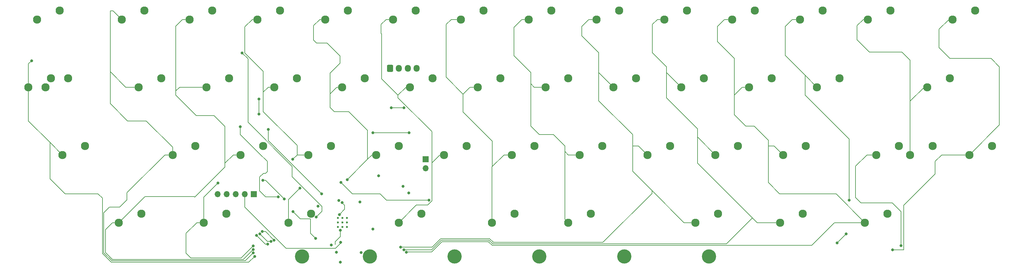
<source format=gbr>
%TF.GenerationSoftware,KiCad,Pcbnew,(6.0.6)*%
%TF.CreationDate,2022-08-10T17:00:59+02:00*%
%TF.ProjectId,rabid40,72616269-6434-4302-9e6b-696361645f70,rev?*%
%TF.SameCoordinates,Original*%
%TF.FileFunction,Copper,L1,Top*%
%TF.FilePolarity,Positive*%
%FSLAX46Y46*%
G04 Gerber Fmt 4.6, Leading zero omitted, Abs format (unit mm)*
G04 Created by KiCad (PCBNEW (6.0.6)) date 2022-08-10 17:00:59*
%MOMM*%
%LPD*%
G01*
G04 APERTURE LIST*
G04 Aperture macros list*
%AMRoundRect*
0 Rectangle with rounded corners*
0 $1 Rounding radius*
0 $2 $3 $4 $5 $6 $7 $8 $9 X,Y pos of 4 corners*
0 Add a 4 corners polygon primitive as box body*
4,1,4,$2,$3,$4,$5,$6,$7,$8,$9,$2,$3,0*
0 Add four circle primitives for the rounded corners*
1,1,$1+$1,$2,$3*
1,1,$1+$1,$4,$5*
1,1,$1+$1,$6,$7*
1,1,$1+$1,$8,$9*
0 Add four rect primitives between the rounded corners*
20,1,$1+$1,$2,$3,$4,$5,0*
20,1,$1+$1,$4,$5,$6,$7,0*
20,1,$1+$1,$6,$7,$8,$9,0*
20,1,$1+$1,$8,$9,$2,$3,0*%
G04 Aperture macros list end*
%TA.AperFunction,ComponentPad*%
%ADD10C,2.300000*%
%TD*%
%TA.AperFunction,ComponentPad*%
%ADD11O,1.700000X1.950000*%
%TD*%
%TA.AperFunction,ComponentPad*%
%ADD12RoundRect,0.250000X-0.600000X-0.725000X0.600000X-0.725000X0.600000X0.725000X-0.600000X0.725000X0*%
%TD*%
%TA.AperFunction,ComponentPad*%
%ADD13O,1.700000X1.700000*%
%TD*%
%TA.AperFunction,ComponentPad*%
%ADD14R,1.700000X1.700000*%
%TD*%
%TA.AperFunction,ComponentPad*%
%ADD15C,4.000000*%
%TD*%
%TA.AperFunction,ComponentPad*%
%ADD16C,0.600000*%
%TD*%
%TA.AperFunction,ViaPad*%
%ADD17C,0.800000*%
%TD*%
%TA.AperFunction,Conductor*%
%ADD18C,0.200000*%
%TD*%
G04 APERTURE END LIST*
D10*
%TO.P,Alt1,1,1*%
%TO.N,Col3*%
X61307500Y-102543750D03*
%TO.P,Alt1,2,2*%
%TO.N,Net-(Alt1-Pad2)*%
X67657500Y-100003750D03*
%TD*%
%TO.P,Alt2,1,1*%
%TO.N,Col9*%
X223232500Y-102543750D03*
%TO.P,Alt2,2,2*%
%TO.N,Net-(Alt2-Pad2)*%
X229582500Y-100003750D03*
%TD*%
D11*
%TO.P,J2,4,Pin_4*%
%TO.N,GND*%
X121130000Y-59172500D03*
%TO.P,J2,3,Pin_3*%
%TO.N,D_P*%
X118630000Y-59172500D03*
%TO.P,J2,2,Pin_2*%
%TO.N,D_N*%
X116130000Y-59172500D03*
D12*
%TO.P,J2,1,Pin_1*%
%TO.N,VBUS*%
X113630000Y-59172500D03*
%TD*%
D10*
%TO.P,F2,2,2*%
%TO.N,Net-(D16-Pad2)*%
X106551250Y-61903750D03*
%TO.P,F2,1,1*%
%TO.N,Col4*%
X100201250Y-64443750D03*
%TD*%
%TO.P,P1,2,2*%
%TO.N,Net-(D39-Pad2)*%
X216088750Y-42853750D03*
%TO.P,P1,1,1*%
%TO.N,Col10*%
X209738750Y-45393750D03*
%TD*%
%TO.P,Q1,2,2*%
%TO.N,Net-(D4-Pad2)*%
X44638750Y-42853750D03*
%TO.P,Q1,1,1*%
%TO.N,Col1*%
X38288750Y-45393750D03*
%TD*%
%TO.P,W1,2,2*%
%TO.N,Net-(D7-Pad2)*%
X63688750Y-42853750D03*
%TO.P,W1,1,1*%
%TO.N,Col2*%
X57338750Y-45393750D03*
%TD*%
%TO.P,G1,1,1*%
%TO.N,Col5*%
X119251250Y-64443750D03*
%TO.P,G1,2,2*%
%TO.N,Net-(D20-Pad2)*%
X125601250Y-61903750D03*
%TD*%
%TO.P,D46,2,2*%
%TO.N,Net-(D12-Pad2)*%
X87501250Y-61903750D03*
%TO.P,D46,1,1*%
%TO.N,Col3*%
X81151250Y-64443750D03*
%TD*%
%TO.P,E1,2,2*%
%TO.N,Net-(D11-Pad2)*%
X82738750Y-42853750D03*
%TO.P,E1,1,1*%
%TO.N,Col3*%
X76388750Y-45393750D03*
%TD*%
%TO.P,;1,2,2*%
%TO.N,Net-(;1-Pad2)*%
X220851250Y-61903750D03*
%TO.P,;1,1,1*%
%TO.N,Col10*%
X214501250Y-64443750D03*
%TD*%
%TO.P,T1,2,2*%
%TO.N,Net-(D19-Pad2)*%
X120838750Y-42853750D03*
%TO.P,T1,1,1*%
%TO.N,Col5*%
X114488750Y-45393750D03*
%TD*%
%TO.P,J3,2,2*%
%TO.N,Net-(D28-Pad2)*%
X163701250Y-61903750D03*
%TO.P,J3,1,1*%
%TO.N,Col7*%
X157351250Y-64443750D03*
%TD*%
%TO.P,Win1,2,2*%
%TO.N,Net-(D10-Pad2)*%
X43845000Y-100003750D03*
%TO.P,Win1,1,1*%
%TO.N,Col2*%
X37495000Y-102543750D03*
%TD*%
D13*
%TO.P,J1,5,Pin_5*%
%TO.N,SWCLK*%
X65190000Y-94530000D03*
%TO.P,J1,4,Pin_4*%
%TO.N,SWD*%
X67730000Y-94530000D03*
%TO.P,J1,3,Pin_3*%
%TO.N,GND*%
X70270000Y-94530000D03*
%TO.P,J1,2,Pin_2*%
%TO.N,+3V3*%
X72810000Y-94530000D03*
D14*
%TO.P,J1,1,Pin_1*%
%TO.N,~{RESET}*%
X75350000Y-94530000D03*
%TD*%
D10*
%TO.P,H1,2,2*%
%TO.N,Net-(D24-Pad2)*%
X144651250Y-61903750D03*
%TO.P,H1,1,1*%
%TO.N,Col6*%
X138301250Y-64443750D03*
%TD*%
%TO.P,<1,2,2*%
%TO.N,Net-(<1-Pad2)*%
X192276250Y-80953750D03*
%TO.P,<1,1,1*%
%TO.N,Col8*%
X185926250Y-83493750D03*
%TD*%
D15*
%TO.P,Stab_Spc2.25,*%
%TO.N,*%
X107993520Y-112064148D03*
X131806020Y-112064148D03*
%TD*%
D10*
%TO.P,U4,2,2*%
%TO.N,Net-(D27-Pad2)*%
X158938750Y-42853750D03*
%TO.P,U4,1,1*%
%TO.N,Col7*%
X152588750Y-45393750D03*
%TD*%
%TO.P,L1,2,2*%
%TO.N,Net-(D36-Pad2)*%
X201801250Y-61903750D03*
%TO.P,L1,1,1*%
%TO.N,Col9*%
X195451250Y-64443750D03*
%TD*%
D15*
%TO.P,Stab_Spc7u1,*%
%TO.N,*%
X88930000Y-112068750D03*
X203230000Y-112068750D03*
%TD*%
D10*
%TO.P,Tab1,2,2*%
%TO.N,Net-(D1-Pad2)*%
X20826250Y-42853750D03*
%TO.P,Tab1,1,1*%
%TO.N,Col0*%
X14476250Y-45393750D03*
%TD*%
%TO.P,[1,2,2*%
%TO.N,Net-(D43-Pad2)*%
X235138750Y-42853750D03*
%TO.P,[1,1,1*%
%TO.N,Col11*%
X228788750Y-45393750D03*
%TD*%
%TO.P,I1,2,2*%
%TO.N,Net-(D31-Pad2)*%
X177988750Y-42853750D03*
%TO.P,I1,1,1*%
%TO.N,Col8*%
X171638750Y-45393750D03*
%TD*%
%TO.P,StepCtrl1,2,2*%
%TO.N,Net-(Ctrl1-Pad2)*%
X18445000Y-61903750D03*
%TO.P,StepCtrl1,1,1*%
%TO.N,Col0*%
X12095000Y-64443750D03*
%TD*%
%TO.P,V1,2,2*%
%TO.N,Net-(D17-Pad2)*%
X116076250Y-80953750D03*
%TO.P,V1,1,1*%
%TO.N,Col4*%
X109726250Y-83493750D03*
%TD*%
%TO.P,Shift3,2,2*%
%TO.N,Net-(D49-Pad2)*%
X266095000Y-80953750D03*
%TO.P,Shift3,1,1*%
%TO.N,Col12*%
X259745000Y-83493750D03*
%TD*%
%TO.P,Ctrl1,2,2*%
%TO.N,Net-(Ctrl1-Pad2)*%
X23207500Y-61903750D03*
%TO.P,Ctrl1,1,1*%
%TO.N,Col0*%
X16857500Y-64443750D03*
%TD*%
%TO.P,Bspc1,2,2*%
%TO.N,Net-(Bspc1-Pad2)*%
X278001250Y-42853750D03*
%TO.P,Bspc1,1,1*%
%TO.N,Col13*%
X271651250Y-45393750D03*
%TD*%
%TO.P,Space_7u1,2,2*%
%TO.N,Net-(D26-Pad2)*%
X148620000Y-100003750D03*
%TO.P,Space_7u1,1,1*%
%TO.N,Col6*%
X142270000Y-102543750D03*
%TD*%
%TO.P,Y2,2,2*%
%TO.N,Net-(D23-Pad2)*%
X139888750Y-42853750D03*
%TO.P,Y2,1,1*%
%TO.N,Col6*%
X133538750Y-45393750D03*
%TD*%
D15*
%TO.P,Stab_Spc2.75,*%
%TO.N,*%
X155605000Y-112068750D03*
X179417500Y-112068750D03*
%TD*%
D10*
%TO.P,Shift2,2,2*%
%TO.N,Net-(D49-Pad2)*%
X256570000Y-80953750D03*
%TO.P,Shift2,1,1*%
%TO.N,Col12*%
X250220000Y-83493750D03*
%TD*%
%TO.P,Space2.25,2,2*%
%TO.N,Net-(D22-Pad2)*%
X122426250Y-100003750D03*
%TO.P,Space2.25,1,1*%
%TO.N,Col5*%
X116076250Y-102543750D03*
%TD*%
%TO.P,Space2.75,2,2*%
%TO.N,Net-(D30-Pad2)*%
X170051250Y-100003750D03*
%TO.P,Space2.75,1,1*%
%TO.N,Col7*%
X163701250Y-102543750D03*
%TD*%
%TO.P,Fn1,2,2*%
%TO.N,Net-(D52-Pad2)*%
X282763750Y-80953750D03*
%TO.P,Fn1,1,1*%
%TO.N,Col13*%
X276413750Y-83493750D03*
%TD*%
%TO.P,B1,2,2*%
%TO.N,Net-(B1-Pad2)*%
X135126250Y-80953750D03*
%TO.P,B1,1,1*%
%TO.N,Col5*%
X128776250Y-83493750D03*
%TD*%
%TO.P,Shift1,2,2*%
%TO.N,Net-(D3-Pad2)*%
X27970000Y-80953750D03*
%TO.P,Shift1,1,1*%
%TO.N,Col0*%
X21620000Y-83493750D03*
%TD*%
%TO.P,M1,2,2*%
%TO.N,Net-(D29-Pad2)*%
X173226250Y-80953750D03*
%TO.P,M1,1,1*%
%TO.N,Col7*%
X166876250Y-83493750D03*
%TD*%
%TO.P,Z1,2,2*%
%TO.N,Net-(D6-Pad2)*%
X58926250Y-80953750D03*
%TO.P,Z1,1,1*%
%TO.N,Col1*%
X52576250Y-83493750D03*
%TD*%
%TO.P,C18,2,2*%
%TO.N,Net-(C18-Pad2)*%
X97026250Y-80953750D03*
%TO.P,C18,1,1*%
%TO.N,Col3*%
X90676250Y-83493750D03*
%TD*%
%TO.P,S1,2,2*%
%TO.N,Net-(D8-Pad2)*%
X68451250Y-61903750D03*
%TO.P,S1,1,1*%
%TO.N,Col2*%
X62101250Y-64443750D03*
%TD*%
%TO.P,A1,2,2*%
%TO.N,Net-(A1-Pad2)*%
X49401250Y-61903750D03*
%TO.P,A1,1,1*%
%TO.N,Col1*%
X43051250Y-64443750D03*
%TD*%
%TO.P,'1,2,2*%
%TO.N,Net-('1-Pad2)*%
X239901250Y-61903750D03*
%TO.P,'1,1,1*%
%TO.N,Col11*%
X233551250Y-64443750D03*
%TD*%
%TO.P,X1,2,2*%
%TO.N,Net-(D9-Pad2)*%
X77976250Y-80953750D03*
%TO.P,X1,1,1*%
%TO.N,Col2*%
X71626250Y-83493750D03*
%TD*%
%TO.P,/1,2,2*%
%TO.N,Net-(/1-Pad2)*%
X230376250Y-80953750D03*
%TO.P,/1,1,1*%
%TO.N,Col10*%
X224026250Y-83493750D03*
%TD*%
%TO.P,R6,2,2*%
%TO.N,Net-(D15-Pad2)*%
X101788750Y-42853750D03*
%TO.P,R6,1,1*%
%TO.N,Col4*%
X95438750Y-45393750D03*
%TD*%
%TO.P,RMod1,2,2*%
%TO.N,Net-(D34-Pad2)*%
X205770000Y-100003750D03*
%TO.P,RMod1,1,1*%
%TO.N,Col8*%
X199420000Y-102543750D03*
%TD*%
%TO.P,K1,2,2*%
%TO.N,Net-(D32-Pad2)*%
X182751250Y-61903750D03*
%TO.P,K1,1,1*%
%TO.N,Col8*%
X176401250Y-64443750D03*
%TD*%
%TO.P,Win2,2,2*%
%TO.N,Net-(D42-Pad2)*%
X253395000Y-100003750D03*
%TO.P,Win2,1,1*%
%TO.N,Col10*%
X247045000Y-102543750D03*
%TD*%
%TO.P,>1,2,2*%
%TO.N,Net-(>1-Pad2)*%
X211326250Y-80953750D03*
%TO.P,>1,1,1*%
%TO.N,Col9*%
X204976250Y-83493750D03*
%TD*%
%TO.P,N1,2,2*%
%TO.N,Net-(D25-Pad2)*%
X154176250Y-80953750D03*
%TO.P,N1,1,1*%
%TO.N,Col6*%
X147826250Y-83493750D03*
%TD*%
%TO.P,]1,2,2*%
%TO.N,Net-(D47-Pad2)*%
X254188750Y-42853750D03*
%TO.P,]1,1,1*%
%TO.N,Col12*%
X247838750Y-45393750D03*
%TD*%
%TO.P,Enter1,2,2*%
%TO.N,Net-(D48-Pad2)*%
X270857500Y-61903750D03*
%TO.P,Enter1,1,1*%
%TO.N,Col12*%
X264507500Y-64443750D03*
%TD*%
%TO.P,O1,2,2*%
%TO.N,Net-(D35-Pad2)*%
X197038750Y-42853750D03*
%TO.P,O1,1,1*%
%TO.N,Col9*%
X190688750Y-45393750D03*
%TD*%
%TO.P,LMod1,2,2*%
%TO.N,Net-(D18-Pad2)*%
X91470000Y-100003750D03*
%TO.P,LMod1,1,1*%
%TO.N,Col4*%
X85120000Y-102543750D03*
%TD*%
D16*
%TO.P,U1,57,GND*%
%TO.N,GND*%
X101530000Y-103772500D03*
X100255000Y-103772500D03*
X98980000Y-102497500D03*
X100255000Y-102497500D03*
X101530000Y-102497500D03*
X98980000Y-103772500D03*
X98980000Y-101222500D03*
X100255000Y-101222500D03*
X101530000Y-101222500D03*
%TD*%
D13*
%TO.P,SW7,2,2*%
%TO.N,/~{USB_BOOT}*%
X123630000Y-87300000D03*
D14*
%TO.P,SW7,1,1*%
%TO.N,GND*%
X123630000Y-84760000D03*
%TD*%
D17*
%TO.N,Row1*%
X114020000Y-70240000D03*
X117560000Y-70240000D03*
%TO.N,Row2*%
X118960000Y-77250000D03*
X108850000Y-77280000D03*
%TO.N,*%
X117280000Y-92300000D03*
%TO.N,Col12*%
X257200000Y-109010000D03*
%TO.N,Col10*%
X118190373Y-110902186D03*
%TO.N,Col11*%
X241750000Y-105730000D03*
X242630000Y-96270000D03*
X239190000Y-108290000D03*
%TO.N,Col8*%
X116640000Y-109469500D03*
%TO.N,Col9*%
X117510000Y-110170000D03*
%TO.N,Col1*%
X75233523Y-111088240D03*
%TO.N,Col3*%
X65280000Y-91380000D03*
X86340000Y-84730000D03*
X75190000Y-109090000D03*
%TO.N,Col13*%
X254790000Y-110190000D03*
%TO.N,+1V1*%
X100150000Y-96910000D03*
X99400000Y-100298000D03*
X99660000Y-104697000D03*
X97170000Y-108880000D03*
X100150000Y-96910000D03*
X99660000Y-104697000D03*
%TO.N,GND*%
X105167500Y-96737500D03*
X105487500Y-110947500D03*
X98590000Y-110910000D03*
X99687500Y-113647500D03*
X93437500Y-97937500D03*
X110450000Y-89410000D03*
X108820000Y-104400000D03*
X118880000Y-94190000D03*
%TO.N,+3V3*%
X94420000Y-94430000D03*
X99755500Y-108110000D03*
X76830000Y-67830000D03*
X79460000Y-76380000D03*
X99262343Y-96288529D03*
X76810000Y-72000000D03*
%TO.N,Col0*%
X75610000Y-112030000D03*
X12980000Y-57000000D03*
%TO.N,Row0*%
X92917004Y-100987081D03*
X72120000Y-54820000D03*
%TO.N,Row1*%
X71570000Y-75550000D03*
X82230000Y-95320000D03*
X86420000Y-99470000D03*
X92720000Y-106957657D03*
%TO.N,Row2*%
X77910000Y-90680500D03*
X83930000Y-95890000D03*
%TO.N,Row3*%
X124610000Y-96250000D03*
X99840000Y-91250000D03*
%TO.N,Col4*%
X101600000Y-90490000D03*
X88320000Y-92880000D03*
%TO.N,~{RESET}*%
X81090000Y-107470500D03*
X77761480Y-105039277D03*
%TO.N,SWD*%
X77054725Y-105746032D03*
X80174030Y-107870500D03*
%TO.N,SWCLK*%
X76120000Y-106100000D03*
X79318087Y-108570000D03*
%TO.N,Col2*%
X75194692Y-110089492D03*
%TD*%
D18*
%TO.N,Col5*%
X112562500Y-45393750D02*
X114488750Y-45393750D01*
X111125000Y-49304825D02*
X111125000Y-46831250D01*
X111300000Y-49479825D02*
X111125000Y-49304825D01*
X111300000Y-62087500D02*
X111300000Y-49479825D01*
X111125000Y-46831250D02*
X112562500Y-45393750D01*
X115887500Y-66675000D02*
X111300000Y-62087500D01*
X125412500Y-85725000D02*
X125412500Y-76952500D01*
X125412500Y-76952500D02*
X115887500Y-67427500D01*
X115887500Y-67427500D02*
X115887500Y-66675000D01*
%TO.N,Row1*%
X117560000Y-70240000D02*
X114020000Y-70240000D01*
%TO.N,Row2*%
X118930000Y-77280000D02*
X118960000Y-77250000D01*
X108850000Y-77280000D02*
X118930000Y-77280000D01*
%TO.N,Col12*%
X259720000Y-56890000D02*
X257420000Y-54590000D01*
X245910000Y-96980000D02*
X244420000Y-95490000D01*
X257200000Y-99490000D02*
X254690000Y-96980000D01*
X259720000Y-68180000D02*
X259720000Y-56890000D01*
X259745000Y-83493750D02*
X259745000Y-68373750D01*
X257200000Y-109010000D02*
X257200000Y-99490000D01*
X244810000Y-47160000D02*
X246576250Y-45393750D01*
X259829375Y-68289375D02*
X263675000Y-64443750D01*
X254690000Y-96980000D02*
X245910000Y-96980000D01*
X257420000Y-54590000D02*
X248260000Y-54590000D01*
X244420000Y-86640000D02*
X247566250Y-83493750D01*
X247566250Y-83493750D02*
X250220000Y-83493750D01*
X259745000Y-68373750D02*
X259829375Y-68289375D01*
X244810000Y-51140000D02*
X244810000Y-47160000D01*
X246576250Y-45393750D02*
X247838750Y-45393750D01*
X263675000Y-64443750D02*
X264507500Y-64443750D01*
X248260000Y-54590000D02*
X244810000Y-51140000D01*
X259829375Y-68289375D02*
X259720000Y-68180000D01*
X244420000Y-95490000D02*
X244420000Y-86640000D01*
%TO.N,Col10*%
X209738750Y-45393750D02*
X207543925Y-45393750D01*
X247045000Y-102543750D02*
X238466250Y-102543750D01*
X238466250Y-102543750D02*
X232080000Y-108930000D01*
X142328629Y-108930000D02*
X141278628Y-107880000D01*
X224026250Y-83493750D02*
X221495000Y-80962500D01*
X215900000Y-75406250D02*
X213518750Y-75406250D01*
X212575000Y-64443750D02*
X210343750Y-66675000D01*
X210343750Y-72231250D02*
X210343750Y-61118750D01*
X125310000Y-110790000D02*
X118302559Y-110790000D01*
X221495000Y-80962500D02*
X219868750Y-80962500D01*
X205581250Y-51593750D02*
X205581250Y-47625000D01*
X128220000Y-107880000D02*
X125310000Y-110790000D01*
X247045000Y-102543750D02*
X238957500Y-94456250D01*
X214501250Y-64443750D02*
X212575000Y-64443750D01*
X232080000Y-108930000D02*
X142328629Y-108930000D01*
X210343750Y-61118750D02*
X210343750Y-56356250D01*
X205581250Y-47356425D02*
X205581250Y-47625000D01*
X213518750Y-75406250D02*
X210343750Y-72231250D01*
X141278628Y-107880000D02*
X128220000Y-107880000D01*
X210343750Y-56356250D02*
X205581250Y-51593750D01*
X118302559Y-110790000D02*
X118190373Y-110902186D01*
X219868750Y-91281250D02*
X219868750Y-79375000D01*
X223043750Y-94456250D02*
X219868750Y-91281250D01*
X207543925Y-45393750D02*
X205581250Y-47356425D01*
X219868750Y-79375000D02*
X215900000Y-75406250D01*
X238957500Y-94456250D02*
X223043750Y-94456250D01*
%TO.N,Col11*%
X224631250Y-47356425D02*
X226593925Y-45393750D01*
X242570000Y-79040000D02*
X242570000Y-79750000D01*
X233551250Y-64443750D02*
X230218750Y-61111250D01*
X230218750Y-61111250D02*
X224631250Y-55523750D01*
X226593925Y-45393750D02*
X228788750Y-45393750D01*
X242570000Y-79750000D02*
X242570000Y-96210000D01*
X230218750Y-66688750D02*
X242570000Y-79040000D01*
X241750000Y-105730000D02*
X239190000Y-108290000D01*
X230218750Y-61111250D02*
X230218750Y-66688750D01*
X242570000Y-96210000D02*
X242630000Y-96270000D01*
X224631250Y-55523750D02*
X224631250Y-47356425D01*
%TO.N,Col8*%
X127890000Y-107060000D02*
X141590000Y-107060000D01*
X142660000Y-108130000D02*
X173440000Y-108130000D01*
X172243750Y-60325000D02*
X172243750Y-54768750D01*
X176401250Y-64443750D02*
X172282500Y-60325000D01*
X181768750Y-80962500D02*
X181768750Y-77787500D01*
X181768750Y-88106250D02*
X181768750Y-80962500D01*
X172243750Y-54768750D02*
X167481250Y-50006250D01*
X173440000Y-108130000D02*
X187196250Y-94373750D01*
X167481250Y-47356425D02*
X169443925Y-45393750D01*
X141590000Y-107060000D02*
X142660000Y-108130000D01*
X199420000Y-102543750D02*
X196206250Y-102543750D01*
X167481250Y-50006250D02*
X167481250Y-47356425D01*
X125480500Y-109469500D02*
X127890000Y-107060000D01*
X116640000Y-109469500D02*
X125480500Y-109469500D01*
X187196250Y-94373750D02*
X187196250Y-93533750D01*
X172282500Y-60325000D02*
X172243750Y-60325000D01*
X183395000Y-80962500D02*
X181768750Y-80962500D01*
X169443925Y-45393750D02*
X171638750Y-45393750D01*
X187196250Y-93533750D02*
X181768750Y-88106250D01*
X181768750Y-77787500D02*
X172243750Y-68262500D01*
X185926250Y-83493750D02*
X183395000Y-80962500D01*
X172243750Y-68262500D02*
X172243750Y-60325000D01*
X196206250Y-102543750D02*
X187196250Y-93533750D01*
%TO.N,Col9*%
X200063750Y-78581250D02*
X200025000Y-78581250D01*
X204976250Y-83493750D02*
X200063750Y-78581250D01*
X223232500Y-102543750D02*
X216751425Y-102543750D01*
X187325000Y-46831250D02*
X188762500Y-45393750D01*
X200025000Y-76200000D02*
X191293750Y-67468750D01*
X191293750Y-60325000D02*
X191293750Y-58737500D01*
X191332500Y-60325000D02*
X195451250Y-64443750D01*
X215438838Y-101231162D02*
X200025000Y-85817325D01*
X200025000Y-85817325D02*
X200025000Y-78581250D01*
X208140000Y-108530000D02*
X215438838Y-101231162D01*
X191293750Y-67468750D02*
X191293750Y-60325000D01*
X142494315Y-108530000D02*
X208140000Y-108530000D01*
X200025000Y-78581250D02*
X200025000Y-76200000D01*
X125345686Y-110170000D02*
X128035686Y-107480000D01*
X188762500Y-45393750D02*
X190688750Y-45393750D01*
X187325000Y-54768750D02*
X187325000Y-46831250D01*
X117510000Y-110170000D02*
X125345686Y-110170000D01*
X216751425Y-102543750D02*
X215438838Y-101231162D01*
X191293750Y-60325000D02*
X191332500Y-60325000D01*
X141444314Y-107480000D02*
X142494315Y-108530000D01*
X128035686Y-107480000D02*
X141444314Y-107480000D01*
X191293750Y-58737500D02*
X187325000Y-54768750D01*
%TO.N,Col1*%
X37740000Y-98180000D02*
X34840000Y-98180000D01*
X37620000Y-113280000D02*
X63273750Y-113280000D01*
X39760000Y-94115175D02*
X39760000Y-96160000D01*
X52576250Y-81340565D02*
X45173185Y-73937500D01*
X35050000Y-69087500D02*
X35050000Y-60110000D01*
X52576250Y-83493750D02*
X52576250Y-81340565D01*
X35470000Y-113280000D02*
X37620000Y-113280000D01*
X73041763Y-113280000D02*
X75233523Y-111088240D01*
X43051250Y-64443750D02*
X39383750Y-64443750D01*
X63273750Y-113280000D02*
X73041763Y-113280000D01*
X39383750Y-64443750D02*
X35050000Y-60110000D01*
X45173185Y-73937500D02*
X39900000Y-73937500D01*
X35050000Y-60110000D02*
X35050000Y-42980000D01*
X33240000Y-99780000D02*
X33240000Y-111050000D01*
X34840000Y-98180000D02*
X33240000Y-99780000D01*
X50381425Y-83493750D02*
X39760000Y-94115175D01*
X33240000Y-111050000D02*
X35470000Y-113280000D01*
X39900000Y-73937500D02*
X35050000Y-69087500D01*
X52576250Y-83493750D02*
X50381425Y-83493750D01*
X35050000Y-42980000D02*
X35875000Y-42980000D01*
X35875000Y-42980000D02*
X38288750Y-45393750D01*
X39760000Y-96160000D02*
X37740000Y-98180000D01*
%TO.N,Col3*%
X78040000Y-65880000D02*
X79476250Y-64443750D01*
X72870000Y-54810000D02*
X72870000Y-47490000D01*
X62706250Y-112480000D02*
X71800000Y-112480000D01*
X87576250Y-83493750D02*
X87535000Y-83535000D01*
X87535000Y-80835000D02*
X78040000Y-71340000D01*
X74966250Y-45393750D02*
X76388750Y-45393750D01*
X72870000Y-47490000D02*
X74966250Y-45393750D01*
X78040000Y-65880000D02*
X78040000Y-59980000D01*
X59381250Y-102543750D02*
X56356250Y-105568750D01*
X78040000Y-59980000D02*
X72870000Y-54810000D01*
X71800000Y-112480000D02*
X75190000Y-109090000D01*
X65280000Y-91380000D02*
X61307500Y-95352500D01*
X78040000Y-71340000D02*
X78040000Y-65880000D01*
X61307500Y-102543750D02*
X59381250Y-102543750D01*
X61307500Y-95352500D02*
X61307500Y-102543750D01*
X56356250Y-111125000D02*
X57711250Y-112480000D01*
X79476250Y-64443750D02*
X81151250Y-64443750D01*
X56356250Y-105568750D02*
X56356250Y-111125000D01*
X57711250Y-112480000D02*
X62706250Y-112480000D01*
X87535000Y-83535000D02*
X86340000Y-84730000D01*
X90676250Y-83493750D02*
X87576250Y-83493750D01*
X87535000Y-83535000D02*
X87535000Y-80835000D01*
%TO.N,Col5*%
X116076250Y-102543750D02*
X120988750Y-97631250D01*
X125412500Y-85725000D02*
X127643750Y-83493750D01*
X120988750Y-97631250D02*
X124218700Y-97631250D01*
X127643750Y-83493750D02*
X128776250Y-83493750D01*
X125412500Y-96437450D02*
X125412500Y-85725000D01*
X118118750Y-64443750D02*
X119251250Y-64443750D01*
X124218700Y-97631250D02*
X125412500Y-96437450D01*
X115887500Y-66675000D02*
X118118750Y-64443750D01*
%TO.N,Col13*%
X284800000Y-72630000D02*
X284800000Y-58690000D01*
X257900000Y-97700000D02*
X257900000Y-110230000D01*
X268606250Y-83493750D02*
X266770000Y-85330000D01*
X254830000Y-110230000D02*
X254790000Y-110190000D01*
X276413750Y-83493750D02*
X284800000Y-75107500D01*
X270920000Y-56360000D02*
X267830000Y-53270000D01*
X284800000Y-75107500D02*
X284800000Y-72630000D01*
X266770000Y-85330000D02*
X266770000Y-88830000D01*
X270606250Y-45393750D02*
X267830000Y-48170000D01*
X257900000Y-110230000D02*
X254830000Y-110230000D01*
X282470000Y-56360000D02*
X270920000Y-56360000D01*
X276413750Y-83493750D02*
X268606250Y-83493750D01*
X267830000Y-53270000D02*
X267830000Y-52130000D01*
X262440000Y-93160000D02*
X257900000Y-97700000D01*
X282530000Y-56420000D02*
X282470000Y-56360000D01*
X267830000Y-52130000D02*
X267830000Y-48170000D01*
X266770000Y-88830000D02*
X262440000Y-93160000D01*
X271651250Y-45393750D02*
X270606250Y-45393750D01*
X284800000Y-58690000D02*
X282530000Y-56420000D01*
%TO.N,+1V1*%
X100150000Y-96910000D02*
X100890000Y-97650000D01*
X99660000Y-104550000D02*
X99660000Y-104697000D01*
X99320000Y-106830000D02*
X98210000Y-107940000D01*
X100890000Y-98808000D02*
X99400000Y-100298000D01*
X100890000Y-97650000D02*
X100890000Y-97850000D01*
X99660000Y-106490000D02*
X99320000Y-106830000D01*
X100890000Y-97850000D02*
X100890000Y-98808000D01*
X99660000Y-104697000D02*
X99660000Y-106490000D01*
X98210000Y-107940000D02*
X98210000Y-108650000D01*
%TO.N,+3V3*%
X79460000Y-76380000D02*
X79460000Y-79470000D01*
X99755500Y-108314500D02*
X98320000Y-109750000D01*
X76830000Y-71980000D02*
X76810000Y-72000000D01*
X76830000Y-67830000D02*
X76830000Y-71980000D01*
X99755500Y-108110000D02*
X99755500Y-108314500D01*
X84440000Y-109750000D02*
X72840000Y-98150000D01*
X98320000Y-109750000D02*
X84440000Y-109750000D01*
X72840000Y-98150000D02*
X72840000Y-95075000D01*
X78667500Y-94717500D02*
X78647500Y-94697500D01*
X79460000Y-79470000D02*
X94420000Y-94430000D01*
%TO.N,Col0*%
X39970000Y-113680000D02*
X63326250Y-113680000D01*
X35300000Y-113680000D02*
X39970000Y-113680000D01*
X12095000Y-57885000D02*
X12095000Y-64443750D01*
X31640000Y-94440000D02*
X32840000Y-95640000D01*
X32840000Y-111220000D02*
X34990000Y-113370000D01*
X18138125Y-90208125D02*
X21300000Y-93370000D01*
X32840000Y-96400000D02*
X32840000Y-111220000D01*
X73960000Y-113680000D02*
X75610000Y-112030000D01*
X18138125Y-80011875D02*
X18138125Y-90208125D01*
X34990000Y-113370000D02*
X35300000Y-113680000D01*
X32840000Y-95640000D02*
X32840000Y-96400000D01*
X63326250Y-113680000D02*
X73960000Y-113680000D01*
X21300000Y-93370000D02*
X22370000Y-94440000D01*
X12980000Y-57000000D02*
X12095000Y-57885000D01*
X22370000Y-94440000D02*
X31640000Y-94440000D01*
X18138125Y-80011875D02*
X21620000Y-83493750D01*
X12095000Y-73968750D02*
X18138125Y-80011875D01*
X12095000Y-64443750D02*
X12095000Y-73968750D01*
%TO.N,Row0*%
X73750000Y-56450000D02*
X72120000Y-54820000D01*
X94530000Y-98040050D02*
X86160000Y-89670050D01*
X73750000Y-74325686D02*
X73750000Y-56450000D01*
X86160000Y-89670050D02*
X86160000Y-86735686D01*
X86160000Y-86735686D02*
X73750000Y-74325686D01*
X94530000Y-99374085D02*
X94530000Y-98040050D01*
X92917004Y-100987081D02*
X94530000Y-99374085D01*
%TO.N,Row1*%
X78070000Y-88690000D02*
X78690000Y-88690000D01*
X91273901Y-105511558D02*
X91273901Y-101453750D01*
X88403750Y-101453750D02*
X86420000Y-99470000D01*
X71570000Y-77740000D02*
X71570000Y-75550000D01*
X92720000Y-106957657D02*
X91273901Y-105511558D01*
X79180000Y-87470000D02*
X79180000Y-85350000D01*
X77030000Y-89730000D02*
X78070000Y-88690000D01*
X77030000Y-93645686D02*
X77030000Y-89730000D01*
X79180000Y-85350000D02*
X76820000Y-82990000D01*
X76820000Y-82990000D02*
X71570000Y-77740000D01*
X78704314Y-95320000D02*
X77030000Y-93645686D01*
X91273901Y-101453750D02*
X88403750Y-101453750D01*
X82230000Y-95320000D02*
X78704314Y-95320000D01*
X79180000Y-88200000D02*
X79180000Y-87470000D01*
X78690000Y-88690000D02*
X79180000Y-88200000D01*
%TO.N,Row2*%
X78720500Y-90680500D02*
X83930000Y-95890000D01*
X77910000Y-90680500D02*
X78720500Y-90680500D01*
%TO.N,Row3*%
X110860000Y-94450000D02*
X112660000Y-96250000D01*
X99840000Y-91250000D02*
X103040000Y-94450000D01*
X112660000Y-96250000D02*
X124610000Y-96250000D01*
X103040000Y-94450000D02*
X110860000Y-94450000D01*
%TO.N,Col4*%
X93000000Y-52010000D02*
X92190000Y-51200000D01*
X97950000Y-71310000D02*
X96780000Y-70140000D01*
X99590000Y-55680000D02*
X95920000Y-52010000D01*
X102070000Y-71310000D02*
X97950000Y-71310000D01*
X101600000Y-90490000D02*
X107345000Y-84745000D01*
X93926250Y-45393750D02*
X95438750Y-45393750D01*
X98706250Y-64443750D02*
X100201250Y-64443750D01*
X96780000Y-70140000D02*
X96780000Y-66370000D01*
X85120000Y-102543750D02*
X85120000Y-96080000D01*
X107345000Y-84745000D02*
X108596250Y-83493750D01*
X99590000Y-57730000D02*
X99590000Y-55680000D01*
X107345000Y-76585000D02*
X102070000Y-71310000D01*
X96780000Y-66370000D02*
X96780000Y-60540000D01*
X108596250Y-83493750D02*
X109726250Y-83493750D01*
X92190000Y-51200000D02*
X92190000Y-47130000D01*
X92190000Y-47130000D02*
X93926250Y-45393750D01*
X96780000Y-66370000D02*
X98706250Y-64443750D01*
X107345000Y-84745000D02*
X107345000Y-76585000D01*
X85120000Y-96080000D02*
X88320000Y-92880000D01*
X96780000Y-60540000D02*
X99590000Y-57730000D01*
X95920000Y-52010000D02*
X93000000Y-52010000D01*
%TO.N,Col6*%
X142343838Y-86781338D02*
X145631425Y-83493750D01*
X130818750Y-45393750D02*
X133538750Y-45393750D01*
X136106425Y-64443750D02*
X138301250Y-64443750D01*
X145631425Y-83493750D02*
X147826250Y-83493750D01*
X134143750Y-71437500D02*
X134143750Y-66406425D01*
X142343838Y-86781338D02*
X142343838Y-79637588D01*
X129381250Y-46831250D02*
X130818750Y-45393750D01*
X134143750Y-66406425D02*
X136106425Y-64443750D01*
X142270000Y-102543750D02*
X142270000Y-86855175D01*
X142270000Y-86855175D02*
X142343838Y-86781338D01*
X129381250Y-61643925D02*
X129381250Y-46831250D01*
X142343838Y-79637588D02*
X134143750Y-71437500D01*
X134143750Y-66406425D02*
X129381250Y-61643925D01*
%TO.N,~{RESET}*%
X78658777Y-105039277D02*
X77761480Y-105039277D01*
X81090000Y-107470500D02*
X78658777Y-105039277D01*
%TO.N,SWD*%
X80174030Y-107870500D02*
X79179193Y-107870500D01*
X79179193Y-107870500D02*
X77054725Y-105746032D01*
%TO.N,SWCLK*%
X79318087Y-108570000D02*
X78590000Y-108570000D01*
X78590000Y-108570000D02*
X76120000Y-106100000D01*
%TO.N,Col7*%
X155575000Y-77787500D02*
X159543750Y-77787500D01*
X153193750Y-60325000D02*
X153193750Y-75406250D01*
X148431250Y-55562500D02*
X153193750Y-60325000D01*
X162718750Y-101561250D02*
X163701250Y-102543750D01*
X162718750Y-80962500D02*
X162718750Y-101561250D01*
X166876250Y-83493750D02*
X163662500Y-83493750D01*
X153193750Y-75406250D02*
X155575000Y-77787500D01*
X159543750Y-77787500D02*
X162718750Y-80962500D01*
X163662500Y-83493750D02*
X162718750Y-82550000D01*
X148431250Y-47625000D02*
X148431250Y-55562500D01*
X152588750Y-45393750D02*
X150662500Y-45393750D01*
X157351250Y-64443750D02*
X154137500Y-64443750D01*
X154137500Y-64443750D02*
X153193750Y-63500000D01*
X150662500Y-45393750D02*
X148431250Y-47625000D01*
%TO.N,Col2*%
X64170000Y-72420000D02*
X59200000Y-72420000D01*
X37495000Y-102543750D02*
X44788750Y-95250000D01*
X59200000Y-72420000D02*
X53480000Y-66700000D01*
X35635686Y-112880000D02*
X36100000Y-112880000D01*
X54556250Y-64443750D02*
X53480000Y-65520000D01*
X53480000Y-66700000D02*
X53480000Y-65520000D01*
X63439435Y-112880000D02*
X72404184Y-112880000D01*
X71626250Y-83493750D02*
X69616250Y-83493750D01*
X33722843Y-104537157D02*
X33722843Y-110967157D01*
X55356250Y-45393750D02*
X57338750Y-45393750D01*
X69616250Y-83493750D02*
X67280000Y-85830000D01*
X53480000Y-47270000D02*
X55356250Y-45393750D01*
X72404184Y-112880000D02*
X75194692Y-110089492D01*
X44788750Y-95250000D02*
X58690000Y-95250000D01*
X67280000Y-86920000D02*
X67280000Y-85830000D01*
X58820000Y-95380000D02*
X67280000Y-86920000D01*
X67280000Y-85830000D02*
X67280000Y-75530000D01*
X35716250Y-102543750D02*
X33722843Y-104537157D01*
X62101250Y-64443750D02*
X54556250Y-64443750D01*
X33722843Y-110967157D02*
X35635686Y-112880000D01*
X58690000Y-95250000D02*
X58820000Y-95380000D01*
X67280000Y-75530000D02*
X64170000Y-72420000D01*
X36100000Y-112880000D02*
X63439435Y-112880000D01*
X37495000Y-102543750D02*
X35716250Y-102543750D01*
X53480000Y-65520000D02*
X53480000Y-47270000D01*
%TD*%
M02*

</source>
